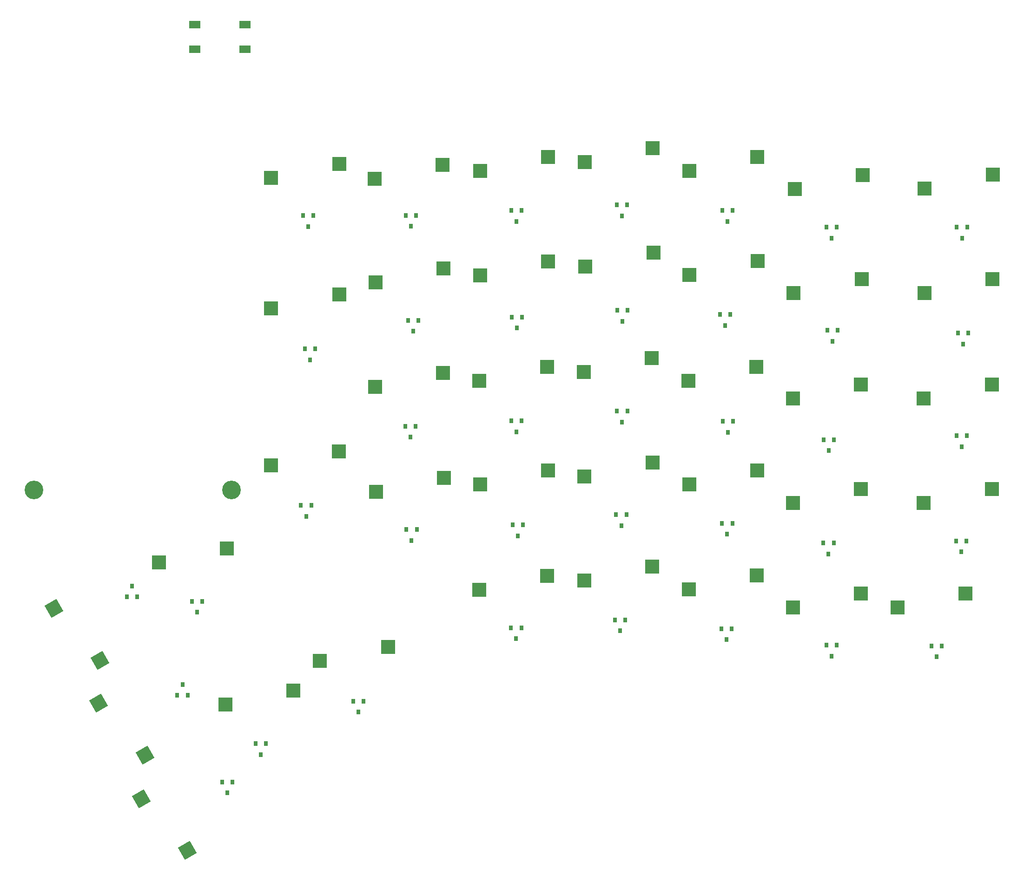
<source format=gbp>
G04*
G04 #@! TF.GenerationSoftware,Altium Limited,Altium Designer,24.10.1 (45)*
G04*
G04 Layer_Color=128*
%FSLAX44Y44*%
%MOMM*%
G71*
G04*
G04 #@! TF.SameCoordinates,C5D54C42-AD36-42D0-BC00-7EC9B4A80EB1*
G04*
G04*
G04 #@! TF.FilePolarity,Positive*
G04*
G01*
G75*
%ADD24R,0.8000X0.9000*%
%ADD186R,2.1000X1.4000*%
%ADD187C,3.4000*%
G04:AMPARAMS|DCode=188|XSize=2.55mm|YSize=2.5mm|CornerRadius=0mm|HoleSize=0mm|Usage=FLASHONLY|Rotation=300.000|XOffset=0mm|YOffset=0mm|HoleType=Round|Shape=Rectangle|*
%AMROTATEDRECTD188*
4,1,4,-1.7200,0.4792,0.4450,1.7292,1.7200,-0.4792,-0.4450,-1.7292,-1.7200,0.4792,0.0*
%
%ADD188ROTATEDRECTD188*%

%ADD189R,2.5500X2.5000*%
D24*
X226822Y-52484D02*
D03*
X217322Y-72484D02*
D03*
X236322D02*
D03*
X328016Y-251808D02*
D03*
X309016D02*
D03*
X318516Y-231808D02*
D03*
X390550Y-409608D02*
D03*
X409550D02*
D03*
X400050Y-429608D02*
D03*
X344932Y-100170D02*
D03*
X354432Y-80170D02*
D03*
X335432D02*
D03*
X451510Y-340012D02*
D03*
X470510D02*
D03*
X461010Y-360012D02*
D03*
X639064Y-282288D02*
D03*
X648564Y-262288D02*
D03*
X629564D02*
D03*
X1495552Y194470D02*
D03*
X1505052Y214470D02*
D03*
X1486052D02*
D03*
X1302410Y247744D02*
D03*
X1321410D02*
D03*
X1311910Y227744D02*
D03*
X1119390Y246420D02*
D03*
X1128890Y266420D02*
D03*
X1109890D02*
D03*
X917104Y248386D02*
D03*
X936104D02*
D03*
X926604Y228386D02*
D03*
X724306Y238854D02*
D03*
X743306D02*
D03*
X733806Y218854D02*
D03*
X1682648Y-161704D02*
D03*
X1701648D02*
D03*
X1692148Y-181704D02*
D03*
X1500632Y-180434D02*
D03*
X1510132Y-160434D02*
D03*
X1491132D02*
D03*
X1300124Y-130208D02*
D03*
X1319124D02*
D03*
X1309624Y-150208D02*
D03*
X1115822Y-134206D02*
D03*
X1125322Y-114206D02*
D03*
X1106322D02*
D03*
X916838Y-128430D02*
D03*
X935838D02*
D03*
X926338Y-148430D02*
D03*
X543712Y74488D02*
D03*
X553212Y94488D02*
D03*
X534212D02*
D03*
X726338Y50386D02*
D03*
X745338D02*
D03*
X735838Y30386D02*
D03*
X919886Y59022D02*
D03*
X938886D02*
D03*
X929386Y39022D02*
D03*
X1108354Y77564D02*
D03*
X1127354D02*
D03*
X1117854Y57564D02*
D03*
X1310640Y42070D02*
D03*
X1320140Y62070D02*
D03*
X1301140D02*
D03*
X1485798Y25748D02*
D03*
X1504798D02*
D03*
X1495298Y5748D02*
D03*
X1736852Y9812D02*
D03*
X1746352Y29812D02*
D03*
X1727352D02*
D03*
X1728368Y221328D02*
D03*
X1747368D02*
D03*
X1737868Y201328D02*
D03*
X1740662Y388526D02*
D03*
X1750162Y408526D02*
D03*
X1731162D02*
D03*
X1492922Y413994D02*
D03*
X1511922D02*
D03*
X1502422Y393994D02*
D03*
X1306830Y422562D02*
D03*
X1316330Y442562D02*
D03*
X1297330D02*
D03*
X1119886Y430182D02*
D03*
X1129386Y450182D02*
D03*
X1110386D02*
D03*
X927608Y417990D02*
D03*
X937108Y437990D02*
D03*
X918108D02*
D03*
X738632Y411894D02*
D03*
X748132Y431894D02*
D03*
X729132D02*
D03*
X550672Y360078D02*
D03*
X560172Y380078D02*
D03*
X541172D02*
D03*
X547726Y603062D02*
D03*
X557226Y623062D02*
D03*
X538226D02*
D03*
X734822Y603156D02*
D03*
X744322Y623156D02*
D03*
X725322D02*
D03*
X917104Y632180D02*
D03*
X936104D02*
D03*
X926604Y612180D02*
D03*
X1119136Y622594D02*
D03*
X1128636Y642594D02*
D03*
X1109636D02*
D03*
X1301914Y632180D02*
D03*
X1320914D02*
D03*
X1311414Y612180D02*
D03*
X1500898Y581700D02*
D03*
X1510398Y601700D02*
D03*
X1491398D02*
D03*
X1728876Y601566D02*
D03*
X1747876D02*
D03*
X1738376Y581566D02*
D03*
D186*
X341088Y925936D02*
D03*
X432088D02*
D03*
Y970936D02*
D03*
X341088D02*
D03*
D187*
X47584Y122428D02*
D03*
X407584D02*
D03*
D188*
X243575Y-440086D02*
D03*
X327532Y-534704D02*
D03*
X249943Y-360496D02*
D03*
X165986Y-265878D02*
D03*
X84198Y-93412D02*
D03*
X168155Y-188030D02*
D03*
D189*
X399252Y16008D02*
D03*
X275331Y-9391D02*
D03*
X520379Y-243090D02*
D03*
X396459Y-268490D02*
D03*
X692875Y-163316D02*
D03*
X568955Y-188715D02*
D03*
X603996Y479498D02*
D03*
X480076Y454098D02*
D03*
X1557491Y696475D02*
D03*
X1433571Y671075D02*
D03*
X1365719Y729721D02*
D03*
X1241799Y704321D02*
D03*
X1175221Y745751D02*
D03*
X1051301Y720350D02*
D03*
X984721Y729494D02*
D03*
X860801Y704094D02*
D03*
X670295Y501120D02*
D03*
X794215Y526520D02*
D03*
X860796Y513820D02*
D03*
X984716Y539220D02*
D03*
X1052317Y529596D02*
D03*
X1176237Y554996D02*
D03*
X1242055Y514357D02*
D03*
X1365975Y539757D02*
D03*
X1431793Y481337D02*
D03*
X1555713Y506737D02*
D03*
X1430503Y289833D02*
D03*
X1554423Y315233D02*
D03*
X1240002Y321583D02*
D03*
X1363922Y346983D02*
D03*
X1049500Y337560D02*
D03*
X1173420Y362960D02*
D03*
X858999Y321583D02*
D03*
X982919Y346983D02*
D03*
X669285Y310394D02*
D03*
X793205Y335794D02*
D03*
X603721Y192539D02*
D03*
X479801Y167139D02*
D03*
X670830Y119634D02*
D03*
X794750Y145034D02*
D03*
X860796Y132817D02*
D03*
X984716Y158217D02*
D03*
X1050793Y147327D02*
D03*
X1174713Y172727D02*
D03*
X1241799Y132817D02*
D03*
X1365719Y158217D02*
D03*
X1430503Y99331D02*
D03*
X1554423Y124731D02*
D03*
X982919Y-34020D02*
D03*
X858999Y-59420D02*
D03*
X1173951Y-17266D02*
D03*
X1050031Y-42666D02*
D03*
X1364705Y-33267D02*
D03*
X1240785Y-58667D02*
D03*
X1430503Y-91170D02*
D03*
X1554423Y-65770D02*
D03*
X1621004Y-91170D02*
D03*
X1744924Y-65770D02*
D03*
X1792549Y124731D02*
D03*
X1668629Y99331D02*
D03*
X1668630Y289833D02*
D03*
X1792550Y315233D02*
D03*
X1793712Y506737D02*
D03*
X1669792Y481337D02*
D03*
X1794473Y697744D02*
D03*
X1670553Y672344D02*
D03*
X480076Y691588D02*
D03*
X603996Y716988D02*
D03*
X792464Y714956D02*
D03*
X668544Y689556D02*
D03*
M02*

</source>
